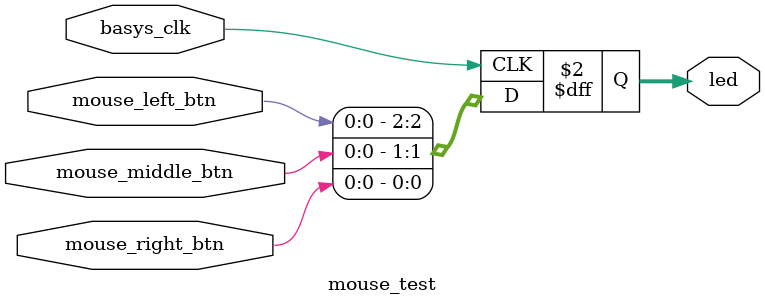
<source format=v>
`timescale 1ns / 1ps


module mouse_test(
    input basys_clk,
    input mouse_left_btn,
    input mouse_middle_btn,
    input mouse_right_btn,
    output reg [15:13] led
    );
    always @ (posedge basys_clk) begin
        led[15] <= mouse_left_btn;
        led[14] <= mouse_middle_btn;
        led[13] <= mouse_right_btn;
    end
endmodule

</source>
